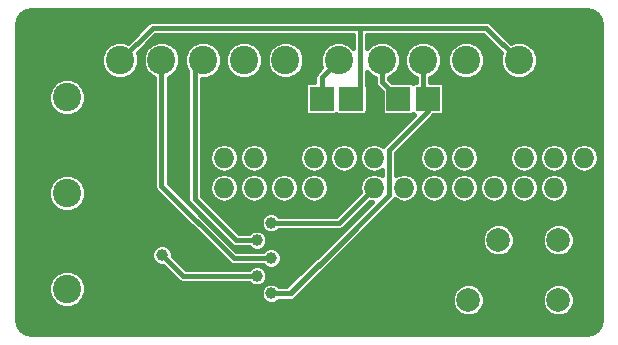
<source format=gtl>
G04 #@! TF.FileFunction,Copper,L1,Top,Signal*
%FSLAX46Y46*%
G04 Gerber Fmt 4.6, Leading zero omitted, Abs format (unit mm)*
G04 Created by KiCad (PCBNEW 4.0.2+dfsg1-stable) date Thu 06 Oct 2016 17:54:39 BST*
%MOMM*%
G01*
G04 APERTURE LIST*
%ADD10C,0.150000*%
%ADD11O,1.727200X1.727200*%
%ADD12C,2.400000*%
%ADD13R,2.000000X2.000000*%
%ADD14C,2.000000*%
%ADD15C,1.000000*%
%ADD16C,0.400000*%
G04 APERTURE END LIST*
D10*
D11*
X145800000Y-130300000D03*
X145800000Y-127760000D03*
X148340000Y-130300000D03*
X148340000Y-127760000D03*
X150880000Y-130300000D03*
X150880000Y-127760000D03*
X153420000Y-130300000D03*
X153420000Y-127760000D03*
X155960000Y-130300000D03*
X155960000Y-127760000D03*
X158500000Y-130300000D03*
X158500000Y-127760000D03*
X161040000Y-130300000D03*
X161040000Y-127760000D03*
X163580000Y-130300000D03*
X163580000Y-127760000D03*
X166120000Y-130300000D03*
X166120000Y-127760000D03*
X168660000Y-130300000D03*
X168660000Y-127760000D03*
X171200000Y-130300000D03*
X171200000Y-127760000D03*
X173740000Y-130300000D03*
X173740000Y-127760000D03*
X176280000Y-130300000D03*
X176280000Y-127760000D03*
D12*
X174250000Y-119500000D03*
X170750000Y-119500000D03*
X132500000Y-135350000D03*
X132500000Y-138850000D03*
X132500000Y-127250000D03*
X132500000Y-130750000D03*
X132500000Y-119150000D03*
X132500000Y-122650000D03*
X137000000Y-119500000D03*
X151000000Y-119500000D03*
X140500000Y-119500000D03*
X147500000Y-119500000D03*
X144000000Y-119500000D03*
X166300000Y-119500000D03*
X155500000Y-119500000D03*
X162650000Y-119500000D03*
X159150000Y-119500000D03*
D13*
X154050000Y-122760000D03*
X156550000Y-122760000D03*
X160550000Y-122760000D03*
X163050000Y-122760000D03*
D14*
X174110000Y-139800000D03*
X174110000Y-134720000D03*
X166490000Y-139800000D03*
X169030000Y-134720000D03*
D15*
X148550000Y-137760000D03*
X140550000Y-136010000D03*
X148550000Y-134760000D03*
X149800000Y-136260000D03*
X149800000Y-133260000D03*
X149800000Y-139260000D03*
D16*
X148550000Y-137760000D02*
X142300000Y-137760000D01*
X142300000Y-137760000D02*
X140550000Y-136010000D01*
X156550000Y-122760000D02*
X157300000Y-122010000D01*
X157300000Y-122010000D02*
X157300000Y-116760000D01*
X170750000Y-119500000D02*
X168010000Y-116760000D01*
X168010000Y-116760000D02*
X157300000Y-116760000D01*
X139740000Y-116760000D02*
X137000000Y-119500000D01*
X157300000Y-116760000D02*
X139740000Y-116760000D01*
X148300000Y-134760000D02*
X146800000Y-134760000D01*
X143300000Y-131260000D02*
X143300000Y-120200000D01*
X146800000Y-134760000D02*
X143300000Y-131260000D01*
X148550000Y-134760000D02*
X148300000Y-134760000D01*
X143300000Y-120200000D02*
X144000000Y-119500000D01*
X140500000Y-119500000D02*
X140500000Y-130160000D01*
X146600000Y-136260000D02*
X149800000Y-136260000D01*
X140500000Y-130160000D02*
X146600000Y-136260000D01*
X155540000Y-133260000D02*
X158500000Y-130300000D01*
X149800000Y-133260000D02*
X155540000Y-133260000D01*
X149800000Y-139260000D02*
X151450000Y-139260000D01*
X151450000Y-139260000D02*
X159770000Y-130940000D01*
X153800000Y-136760000D02*
X153800000Y-136910000D01*
X151450000Y-139260000D02*
X151450000Y-139110000D01*
X151450000Y-139110000D02*
X153800000Y-136760000D01*
X163050000Y-122760000D02*
X163050000Y-123810000D01*
X163050000Y-123810000D02*
X159770000Y-127090000D01*
X159770000Y-127090000D02*
X159770000Y-130940000D01*
X159770000Y-130940000D02*
X153800000Y-136910000D01*
X163050000Y-122760000D02*
X162650000Y-122360000D01*
X162650000Y-122360000D02*
X162650000Y-119500000D01*
X154050000Y-122760000D02*
X154050000Y-120950000D01*
X154050000Y-120950000D02*
X155500000Y-119500000D01*
X160550000Y-122760000D02*
X159150000Y-121360000D01*
X159150000Y-121360000D02*
X159150000Y-119500000D01*
G36*
X176966725Y-115373225D02*
X177362396Y-115637604D01*
X177626775Y-116033275D01*
X177725000Y-116527086D01*
X177725000Y-141472914D01*
X177626775Y-141966725D01*
X177362396Y-142362396D01*
X176966725Y-142626775D01*
X176472914Y-142725000D01*
X129527086Y-142725000D01*
X129033275Y-142626775D01*
X128637604Y-142362396D01*
X128373225Y-141966725D01*
X128275000Y-141472914D01*
X128275000Y-139166863D01*
X130899723Y-139166863D01*
X131142795Y-139755143D01*
X131592489Y-140205623D01*
X132180344Y-140449722D01*
X132816863Y-140450277D01*
X133405143Y-140207205D01*
X133855623Y-139757511D01*
X134099722Y-139169656D01*
X134100277Y-138533137D01*
X133857205Y-137944857D01*
X133407511Y-137494377D01*
X132819656Y-137250278D01*
X132183137Y-137249723D01*
X131594857Y-137492795D01*
X131144377Y-137942489D01*
X130900278Y-138530344D01*
X130899723Y-139166863D01*
X128275000Y-139166863D01*
X128275000Y-131066863D01*
X130899723Y-131066863D01*
X131142795Y-131655143D01*
X131592489Y-132105623D01*
X132180344Y-132349722D01*
X132816863Y-132350277D01*
X133405143Y-132107205D01*
X133855623Y-131657511D01*
X134099722Y-131069656D01*
X134100277Y-130433137D01*
X133857205Y-129844857D01*
X133407511Y-129394377D01*
X132819656Y-129150278D01*
X132183137Y-129149723D01*
X131594857Y-129392795D01*
X131144377Y-129842489D01*
X130900278Y-130430344D01*
X130899723Y-131066863D01*
X128275000Y-131066863D01*
X128275000Y-122966863D01*
X130899723Y-122966863D01*
X131142795Y-123555143D01*
X131592489Y-124005623D01*
X132180344Y-124249722D01*
X132816863Y-124250277D01*
X133405143Y-124007205D01*
X133855623Y-123557511D01*
X134099722Y-122969656D01*
X134100277Y-122333137D01*
X133857205Y-121744857D01*
X133407511Y-121294377D01*
X132819656Y-121050278D01*
X132183137Y-121049723D01*
X131594857Y-121292795D01*
X131144377Y-121742489D01*
X130900278Y-122330344D01*
X130899723Y-122966863D01*
X128275000Y-122966863D01*
X128275000Y-119816863D01*
X135399723Y-119816863D01*
X135642795Y-120405143D01*
X136092489Y-120855623D01*
X136680344Y-121099722D01*
X137316863Y-121100277D01*
X137905143Y-120857205D01*
X138355623Y-120407511D01*
X138599722Y-119819656D01*
X138599724Y-119816863D01*
X138899723Y-119816863D01*
X139142795Y-120405143D01*
X139592489Y-120855623D01*
X139900000Y-120983313D01*
X139900000Y-130160000D01*
X139945672Y-130389610D01*
X140075736Y-130584264D01*
X146175736Y-136684264D01*
X146370390Y-136814328D01*
X146600000Y-136860000D01*
X148371386Y-136860000D01*
X148040857Y-136996572D01*
X147877143Y-137160000D01*
X142548528Y-137160000D01*
X141449955Y-136061427D01*
X141450156Y-135831764D01*
X141313428Y-135500857D01*
X141060475Y-135247462D01*
X140729806Y-135110157D01*
X140371764Y-135109844D01*
X140040857Y-135246572D01*
X139787462Y-135499525D01*
X139650157Y-135830194D01*
X139649844Y-136188236D01*
X139786572Y-136519143D01*
X140039525Y-136772538D01*
X140370194Y-136909843D01*
X140601517Y-136910045D01*
X141875736Y-138184264D01*
X142070390Y-138314328D01*
X142300000Y-138360000D01*
X147877271Y-138360000D01*
X148039525Y-138522538D01*
X148370194Y-138659843D01*
X148728236Y-138660156D01*
X149059143Y-138523428D01*
X149312538Y-138270475D01*
X149449843Y-137939806D01*
X149450156Y-137581764D01*
X149313428Y-137250857D01*
X149060475Y-136997462D01*
X148729806Y-136860157D01*
X148550213Y-136860000D01*
X149127271Y-136860000D01*
X149289525Y-137022538D01*
X149620194Y-137159843D01*
X149978236Y-137160156D01*
X150309143Y-137023428D01*
X150562538Y-136770475D01*
X150699843Y-136439806D01*
X150700156Y-136081764D01*
X150563428Y-135750857D01*
X150310475Y-135497462D01*
X149979806Y-135360157D01*
X149621764Y-135359844D01*
X149290857Y-135496572D01*
X149127143Y-135660000D01*
X148728614Y-135660000D01*
X149059143Y-135523428D01*
X149312538Y-135270475D01*
X149449843Y-134939806D01*
X149450156Y-134581764D01*
X149313428Y-134250857D01*
X149060475Y-133997462D01*
X148729806Y-133860157D01*
X148371764Y-133859844D01*
X148040857Y-133996572D01*
X147877143Y-134160000D01*
X147048528Y-134160000D01*
X143900000Y-131011472D01*
X143900000Y-130300000D01*
X144511645Y-130300000D01*
X144607831Y-130783559D01*
X144881745Y-131193500D01*
X145291686Y-131467414D01*
X145775245Y-131563600D01*
X145824755Y-131563600D01*
X146308314Y-131467414D01*
X146718255Y-131193500D01*
X146992169Y-130783559D01*
X147070000Y-130392277D01*
X147147831Y-130783559D01*
X147421745Y-131193500D01*
X147831686Y-131467414D01*
X148315245Y-131563600D01*
X148364755Y-131563600D01*
X148848314Y-131467414D01*
X149258255Y-131193500D01*
X149532169Y-130783559D01*
X149610000Y-130392277D01*
X149687831Y-130783559D01*
X149961745Y-131193500D01*
X150371686Y-131467414D01*
X150855245Y-131563600D01*
X150904755Y-131563600D01*
X151388314Y-131467414D01*
X151798255Y-131193500D01*
X152072169Y-130783559D01*
X152150000Y-130392277D01*
X152227831Y-130783559D01*
X152501745Y-131193500D01*
X152911686Y-131467414D01*
X153395245Y-131563600D01*
X153444755Y-131563600D01*
X153928314Y-131467414D01*
X154338255Y-131193500D01*
X154612169Y-130783559D01*
X154708355Y-130300000D01*
X154612169Y-129816441D01*
X154338255Y-129406500D01*
X153928314Y-129132586D01*
X153444755Y-129036400D01*
X153395245Y-129036400D01*
X152911686Y-129132586D01*
X152501745Y-129406500D01*
X152227831Y-129816441D01*
X152150000Y-130207723D01*
X152072169Y-129816441D01*
X151798255Y-129406500D01*
X151388314Y-129132586D01*
X150904755Y-129036400D01*
X150855245Y-129036400D01*
X150371686Y-129132586D01*
X149961745Y-129406500D01*
X149687831Y-129816441D01*
X149610000Y-130207723D01*
X149532169Y-129816441D01*
X149258255Y-129406500D01*
X148848314Y-129132586D01*
X148364755Y-129036400D01*
X148315245Y-129036400D01*
X147831686Y-129132586D01*
X147421745Y-129406500D01*
X147147831Y-129816441D01*
X147070000Y-130207723D01*
X146992169Y-129816441D01*
X146718255Y-129406500D01*
X146308314Y-129132586D01*
X145824755Y-129036400D01*
X145775245Y-129036400D01*
X145291686Y-129132586D01*
X144881745Y-129406500D01*
X144607831Y-129816441D01*
X144511645Y-130300000D01*
X143900000Y-130300000D01*
X143900000Y-127760000D01*
X144511645Y-127760000D01*
X144607831Y-128243559D01*
X144881745Y-128653500D01*
X145291686Y-128927414D01*
X145775245Y-129023600D01*
X145824755Y-129023600D01*
X146308314Y-128927414D01*
X146718255Y-128653500D01*
X146992169Y-128243559D01*
X147070000Y-127852277D01*
X147147831Y-128243559D01*
X147421745Y-128653500D01*
X147831686Y-128927414D01*
X148315245Y-129023600D01*
X148364755Y-129023600D01*
X148848314Y-128927414D01*
X149258255Y-128653500D01*
X149532169Y-128243559D01*
X149628355Y-127760000D01*
X149532169Y-127276441D01*
X149258255Y-126866500D01*
X148848314Y-126592586D01*
X148364755Y-126496400D01*
X148315245Y-126496400D01*
X147831686Y-126592586D01*
X147421745Y-126866500D01*
X147147831Y-127276441D01*
X147070000Y-127667723D01*
X146992169Y-127276441D01*
X146718255Y-126866500D01*
X146308314Y-126592586D01*
X145824755Y-126496400D01*
X145775245Y-126496400D01*
X145291686Y-126592586D01*
X144881745Y-126866500D01*
X144607831Y-127276441D01*
X144511645Y-127760000D01*
X143900000Y-127760000D01*
X143900000Y-121099914D01*
X144316863Y-121100277D01*
X144905143Y-120857205D01*
X145355623Y-120407511D01*
X145599722Y-119819656D01*
X145599724Y-119816863D01*
X145899723Y-119816863D01*
X146142795Y-120405143D01*
X146592489Y-120855623D01*
X147180344Y-121099722D01*
X147816863Y-121100277D01*
X148405143Y-120857205D01*
X148855623Y-120407511D01*
X149099722Y-119819656D01*
X149099724Y-119816863D01*
X149399723Y-119816863D01*
X149642795Y-120405143D01*
X150092489Y-120855623D01*
X150680344Y-121099722D01*
X151316863Y-121100277D01*
X151905143Y-120857205D01*
X152355623Y-120407511D01*
X152599722Y-119819656D01*
X152600277Y-119183137D01*
X152357205Y-118594857D01*
X151907511Y-118144377D01*
X151319656Y-117900278D01*
X150683137Y-117899723D01*
X150094857Y-118142795D01*
X149644377Y-118592489D01*
X149400278Y-119180344D01*
X149399723Y-119816863D01*
X149099724Y-119816863D01*
X149100277Y-119183137D01*
X148857205Y-118594857D01*
X148407511Y-118144377D01*
X147819656Y-117900278D01*
X147183137Y-117899723D01*
X146594857Y-118142795D01*
X146144377Y-118592489D01*
X145900278Y-119180344D01*
X145899723Y-119816863D01*
X145599724Y-119816863D01*
X145600277Y-119183137D01*
X145357205Y-118594857D01*
X144907511Y-118144377D01*
X144319656Y-117900278D01*
X143683137Y-117899723D01*
X143094857Y-118142795D01*
X142644377Y-118592489D01*
X142400278Y-119180344D01*
X142399723Y-119816863D01*
X142642795Y-120405143D01*
X142700000Y-120462448D01*
X142700000Y-131260000D01*
X142745672Y-131489610D01*
X142875736Y-131684264D01*
X146375736Y-135184264D01*
X146570389Y-135314328D01*
X146800000Y-135360000D01*
X147877271Y-135360000D01*
X148039525Y-135522538D01*
X148370194Y-135659843D01*
X148549787Y-135660000D01*
X146848528Y-135660000D01*
X141100000Y-129911472D01*
X141100000Y-120983287D01*
X141405143Y-120857205D01*
X141855623Y-120407511D01*
X142099722Y-119819656D01*
X142100277Y-119183137D01*
X141857205Y-118594857D01*
X141407511Y-118144377D01*
X140819656Y-117900278D01*
X140183137Y-117899723D01*
X139594857Y-118142795D01*
X139144377Y-118592489D01*
X138900278Y-119180344D01*
X138899723Y-119816863D01*
X138599724Y-119816863D01*
X138600277Y-119183137D01*
X138473124Y-118875404D01*
X139988528Y-117360000D01*
X156700000Y-117360000D01*
X156700000Y-118437377D01*
X156407511Y-118144377D01*
X155819656Y-117900278D01*
X155183137Y-117899723D01*
X154594857Y-118142795D01*
X154144377Y-118592489D01*
X153900278Y-119180344D01*
X153899723Y-119816863D01*
X154026876Y-120124596D01*
X153625736Y-120525736D01*
X153495672Y-120720390D01*
X153450000Y-120950000D01*
X153450000Y-121352164D01*
X153050000Y-121352164D01*
X152901769Y-121380056D01*
X152765628Y-121467660D01*
X152674296Y-121601329D01*
X152642164Y-121760000D01*
X152642164Y-123760000D01*
X152670056Y-123908231D01*
X152757660Y-124044372D01*
X152891329Y-124135704D01*
X153050000Y-124167836D01*
X155050000Y-124167836D01*
X155198231Y-124139944D01*
X155300871Y-124073897D01*
X155391329Y-124135704D01*
X155550000Y-124167836D01*
X157550000Y-124167836D01*
X157698231Y-124139944D01*
X157834372Y-124052340D01*
X157925704Y-123918671D01*
X157957836Y-123760000D01*
X157957836Y-121760000D01*
X157929944Y-121611769D01*
X157900000Y-121565235D01*
X157900000Y-120512535D01*
X158242489Y-120855623D01*
X158550000Y-120983313D01*
X158550000Y-121360000D01*
X158595672Y-121589610D01*
X158725736Y-121784264D01*
X159142164Y-122200692D01*
X159142164Y-123760000D01*
X159170056Y-123908231D01*
X159257660Y-124044372D01*
X159391329Y-124135704D01*
X159550000Y-124167836D01*
X161550000Y-124167836D01*
X161698231Y-124139944D01*
X161800871Y-124073897D01*
X161882084Y-124129388D01*
X159345736Y-126665736D01*
X159275379Y-126771033D01*
X159008314Y-126592586D01*
X158524755Y-126496400D01*
X158475245Y-126496400D01*
X157991686Y-126592586D01*
X157581745Y-126866500D01*
X157307831Y-127276441D01*
X157230000Y-127667723D01*
X157152169Y-127276441D01*
X156878255Y-126866500D01*
X156468314Y-126592586D01*
X155984755Y-126496400D01*
X155935245Y-126496400D01*
X155451686Y-126592586D01*
X155041745Y-126866500D01*
X154767831Y-127276441D01*
X154690000Y-127667723D01*
X154612169Y-127276441D01*
X154338255Y-126866500D01*
X153928314Y-126592586D01*
X153444755Y-126496400D01*
X153395245Y-126496400D01*
X152911686Y-126592586D01*
X152501745Y-126866500D01*
X152227831Y-127276441D01*
X152131645Y-127760000D01*
X152227831Y-128243559D01*
X152501745Y-128653500D01*
X152911686Y-128927414D01*
X153395245Y-129023600D01*
X153444755Y-129023600D01*
X153928314Y-128927414D01*
X154338255Y-128653500D01*
X154612169Y-128243559D01*
X154690000Y-127852277D01*
X154767831Y-128243559D01*
X155041745Y-128653500D01*
X155451686Y-128927414D01*
X155935245Y-129023600D01*
X155984755Y-129023600D01*
X156468314Y-128927414D01*
X156878255Y-128653500D01*
X157152169Y-128243559D01*
X157230000Y-127852277D01*
X157307831Y-128243559D01*
X157581745Y-128653500D01*
X157991686Y-128927414D01*
X158475245Y-129023600D01*
X158524755Y-129023600D01*
X159008314Y-128927414D01*
X159170000Y-128819379D01*
X159170000Y-129240621D01*
X159008314Y-129132586D01*
X158524755Y-129036400D01*
X158475245Y-129036400D01*
X157991686Y-129132586D01*
X157581745Y-129406500D01*
X157307831Y-129816441D01*
X157211645Y-130300000D01*
X157284617Y-130666855D01*
X155291472Y-132660000D01*
X150472729Y-132660000D01*
X150310475Y-132497462D01*
X149979806Y-132360157D01*
X149621764Y-132359844D01*
X149290857Y-132496572D01*
X149037462Y-132749525D01*
X148900157Y-133080194D01*
X148899844Y-133438236D01*
X149036572Y-133769143D01*
X149289525Y-134022538D01*
X149620194Y-134159843D01*
X149978236Y-134160156D01*
X150309143Y-134023428D01*
X150472857Y-133860000D01*
X155540000Y-133860000D01*
X155769610Y-133814328D01*
X155964264Y-133684264D01*
X158149686Y-131498842D01*
X158327300Y-131534172D01*
X153677007Y-136184465D01*
X153570390Y-136205672D01*
X153375736Y-136335736D01*
X151051472Y-138660000D01*
X150472729Y-138660000D01*
X150310475Y-138497462D01*
X149979806Y-138360157D01*
X149621764Y-138359844D01*
X149290857Y-138496572D01*
X149037462Y-138749525D01*
X148900157Y-139080194D01*
X148899844Y-139438236D01*
X149036572Y-139769143D01*
X149289525Y-140022538D01*
X149620194Y-140159843D01*
X149978236Y-140160156D01*
X150178869Y-140077256D01*
X165089757Y-140077256D01*
X165302445Y-140592000D01*
X165695928Y-140986170D01*
X166210301Y-141199757D01*
X166767256Y-141200243D01*
X167282000Y-140987555D01*
X167676170Y-140594072D01*
X167889757Y-140079699D01*
X167889759Y-140077256D01*
X172709757Y-140077256D01*
X172922445Y-140592000D01*
X173315928Y-140986170D01*
X173830301Y-141199757D01*
X174387256Y-141200243D01*
X174902000Y-140987555D01*
X175296170Y-140594072D01*
X175509757Y-140079699D01*
X175510243Y-139522744D01*
X175297555Y-139008000D01*
X174904072Y-138613830D01*
X174389699Y-138400243D01*
X173832744Y-138399757D01*
X173318000Y-138612445D01*
X172923830Y-139005928D01*
X172710243Y-139520301D01*
X172709757Y-140077256D01*
X167889759Y-140077256D01*
X167890243Y-139522744D01*
X167677555Y-139008000D01*
X167284072Y-138613830D01*
X166769699Y-138400243D01*
X166212744Y-138399757D01*
X165698000Y-138612445D01*
X165303830Y-139005928D01*
X165090243Y-139520301D01*
X165089757Y-140077256D01*
X150178869Y-140077256D01*
X150309143Y-140023428D01*
X150472857Y-139860000D01*
X151450000Y-139860000D01*
X151679610Y-139814328D01*
X151874264Y-139684264D01*
X156561272Y-134997256D01*
X167629757Y-134997256D01*
X167842445Y-135512000D01*
X168235928Y-135906170D01*
X168750301Y-136119757D01*
X169307256Y-136120243D01*
X169822000Y-135907555D01*
X170216170Y-135514072D01*
X170429757Y-134999699D01*
X170429759Y-134997256D01*
X172709757Y-134997256D01*
X172922445Y-135512000D01*
X173315928Y-135906170D01*
X173830301Y-136119757D01*
X174387256Y-136120243D01*
X174902000Y-135907555D01*
X175296170Y-135514072D01*
X175509757Y-134999699D01*
X175510243Y-134442744D01*
X175297555Y-133928000D01*
X174904072Y-133533830D01*
X174389699Y-133320243D01*
X173832744Y-133319757D01*
X173318000Y-133532445D01*
X172923830Y-133925928D01*
X172710243Y-134440301D01*
X172709757Y-134997256D01*
X170429759Y-134997256D01*
X170430243Y-134442744D01*
X170217555Y-133928000D01*
X169824072Y-133533830D01*
X169309699Y-133320243D01*
X168752744Y-133319757D01*
X168238000Y-133532445D01*
X167843830Y-133925928D01*
X167630243Y-134440301D01*
X167629757Y-134997256D01*
X156561272Y-134997256D01*
X160194264Y-131364264D01*
X160250763Y-131279707D01*
X160531686Y-131467414D01*
X161015245Y-131563600D01*
X161064755Y-131563600D01*
X161548314Y-131467414D01*
X161958255Y-131193500D01*
X162232169Y-130783559D01*
X162310000Y-130392277D01*
X162387831Y-130783559D01*
X162661745Y-131193500D01*
X163071686Y-131467414D01*
X163555245Y-131563600D01*
X163604755Y-131563600D01*
X164088314Y-131467414D01*
X164498255Y-131193500D01*
X164772169Y-130783559D01*
X164850000Y-130392277D01*
X164927831Y-130783559D01*
X165201745Y-131193500D01*
X165611686Y-131467414D01*
X166095245Y-131563600D01*
X166144755Y-131563600D01*
X166628314Y-131467414D01*
X167038255Y-131193500D01*
X167312169Y-130783559D01*
X167390000Y-130392277D01*
X167467831Y-130783559D01*
X167741745Y-131193500D01*
X168151686Y-131467414D01*
X168635245Y-131563600D01*
X168684755Y-131563600D01*
X169168314Y-131467414D01*
X169578255Y-131193500D01*
X169852169Y-130783559D01*
X169930000Y-130392277D01*
X170007831Y-130783559D01*
X170281745Y-131193500D01*
X170691686Y-131467414D01*
X171175245Y-131563600D01*
X171224755Y-131563600D01*
X171708314Y-131467414D01*
X172118255Y-131193500D01*
X172392169Y-130783559D01*
X172470000Y-130392277D01*
X172547831Y-130783559D01*
X172821745Y-131193500D01*
X173231686Y-131467414D01*
X173715245Y-131563600D01*
X173764755Y-131563600D01*
X174248314Y-131467414D01*
X174658255Y-131193500D01*
X174932169Y-130783559D01*
X175028355Y-130300000D01*
X174932169Y-129816441D01*
X174658255Y-129406500D01*
X174248314Y-129132586D01*
X173764755Y-129036400D01*
X173715245Y-129036400D01*
X173231686Y-129132586D01*
X172821745Y-129406500D01*
X172547831Y-129816441D01*
X172470000Y-130207723D01*
X172392169Y-129816441D01*
X172118255Y-129406500D01*
X171708314Y-129132586D01*
X171224755Y-129036400D01*
X171175245Y-129036400D01*
X170691686Y-129132586D01*
X170281745Y-129406500D01*
X170007831Y-129816441D01*
X169930000Y-130207723D01*
X169852169Y-129816441D01*
X169578255Y-129406500D01*
X169168314Y-129132586D01*
X168684755Y-129036400D01*
X168635245Y-129036400D01*
X168151686Y-129132586D01*
X167741745Y-129406500D01*
X167467831Y-129816441D01*
X167390000Y-130207723D01*
X167312169Y-129816441D01*
X167038255Y-129406500D01*
X166628314Y-129132586D01*
X166144755Y-129036400D01*
X166095245Y-129036400D01*
X165611686Y-129132586D01*
X165201745Y-129406500D01*
X164927831Y-129816441D01*
X164850000Y-130207723D01*
X164772169Y-129816441D01*
X164498255Y-129406500D01*
X164088314Y-129132586D01*
X163604755Y-129036400D01*
X163555245Y-129036400D01*
X163071686Y-129132586D01*
X162661745Y-129406500D01*
X162387831Y-129816441D01*
X162310000Y-130207723D01*
X162232169Y-129816441D01*
X161958255Y-129406500D01*
X161548314Y-129132586D01*
X161064755Y-129036400D01*
X161015245Y-129036400D01*
X160531686Y-129132586D01*
X160370000Y-129240621D01*
X160370000Y-127760000D01*
X162291645Y-127760000D01*
X162387831Y-128243559D01*
X162661745Y-128653500D01*
X163071686Y-128927414D01*
X163555245Y-129023600D01*
X163604755Y-129023600D01*
X164088314Y-128927414D01*
X164498255Y-128653500D01*
X164772169Y-128243559D01*
X164850000Y-127852277D01*
X164927831Y-128243559D01*
X165201745Y-128653500D01*
X165611686Y-128927414D01*
X166095245Y-129023600D01*
X166144755Y-129023600D01*
X166628314Y-128927414D01*
X167038255Y-128653500D01*
X167312169Y-128243559D01*
X167408355Y-127760000D01*
X169911645Y-127760000D01*
X170007831Y-128243559D01*
X170281745Y-128653500D01*
X170691686Y-128927414D01*
X171175245Y-129023600D01*
X171224755Y-129023600D01*
X171708314Y-128927414D01*
X172118255Y-128653500D01*
X172392169Y-128243559D01*
X172470000Y-127852277D01*
X172547831Y-128243559D01*
X172821745Y-128653500D01*
X173231686Y-128927414D01*
X173715245Y-129023600D01*
X173764755Y-129023600D01*
X174248314Y-128927414D01*
X174658255Y-128653500D01*
X174932169Y-128243559D01*
X175010000Y-127852277D01*
X175087831Y-128243559D01*
X175361745Y-128653500D01*
X175771686Y-128927414D01*
X176255245Y-129023600D01*
X176304755Y-129023600D01*
X176788314Y-128927414D01*
X177198255Y-128653500D01*
X177472169Y-128243559D01*
X177568355Y-127760000D01*
X177472169Y-127276441D01*
X177198255Y-126866500D01*
X176788314Y-126592586D01*
X176304755Y-126496400D01*
X176255245Y-126496400D01*
X175771686Y-126592586D01*
X175361745Y-126866500D01*
X175087831Y-127276441D01*
X175010000Y-127667723D01*
X174932169Y-127276441D01*
X174658255Y-126866500D01*
X174248314Y-126592586D01*
X173764755Y-126496400D01*
X173715245Y-126496400D01*
X173231686Y-126592586D01*
X172821745Y-126866500D01*
X172547831Y-127276441D01*
X172470000Y-127667723D01*
X172392169Y-127276441D01*
X172118255Y-126866500D01*
X171708314Y-126592586D01*
X171224755Y-126496400D01*
X171175245Y-126496400D01*
X170691686Y-126592586D01*
X170281745Y-126866500D01*
X170007831Y-127276441D01*
X169911645Y-127760000D01*
X167408355Y-127760000D01*
X167312169Y-127276441D01*
X167038255Y-126866500D01*
X166628314Y-126592586D01*
X166144755Y-126496400D01*
X166095245Y-126496400D01*
X165611686Y-126592586D01*
X165201745Y-126866500D01*
X164927831Y-127276441D01*
X164850000Y-127667723D01*
X164772169Y-127276441D01*
X164498255Y-126866500D01*
X164088314Y-126592586D01*
X163604755Y-126496400D01*
X163555245Y-126496400D01*
X163071686Y-126592586D01*
X162661745Y-126866500D01*
X162387831Y-127276441D01*
X162291645Y-127760000D01*
X160370000Y-127760000D01*
X160370000Y-127338528D01*
X163474264Y-124234264D01*
X163518650Y-124167836D01*
X164050000Y-124167836D01*
X164198231Y-124139944D01*
X164334372Y-124052340D01*
X164425704Y-123918671D01*
X164457836Y-123760000D01*
X164457836Y-121760000D01*
X164429944Y-121611769D01*
X164342340Y-121475628D01*
X164208671Y-121384296D01*
X164050000Y-121352164D01*
X163250000Y-121352164D01*
X163250000Y-120983287D01*
X163555143Y-120857205D01*
X164005623Y-120407511D01*
X164249722Y-119819656D01*
X164249724Y-119816863D01*
X164699723Y-119816863D01*
X164942795Y-120405143D01*
X165392489Y-120855623D01*
X165980344Y-121099722D01*
X166616863Y-121100277D01*
X167205143Y-120857205D01*
X167655623Y-120407511D01*
X167899722Y-119819656D01*
X167900277Y-119183137D01*
X167657205Y-118594857D01*
X167207511Y-118144377D01*
X166619656Y-117900278D01*
X165983137Y-117899723D01*
X165394857Y-118142795D01*
X164944377Y-118592489D01*
X164700278Y-119180344D01*
X164699723Y-119816863D01*
X164249724Y-119816863D01*
X164250277Y-119183137D01*
X164007205Y-118594857D01*
X163557511Y-118144377D01*
X162969656Y-117900278D01*
X162333137Y-117899723D01*
X161744857Y-118142795D01*
X161294377Y-118592489D01*
X161050278Y-119180344D01*
X161049723Y-119816863D01*
X161292795Y-120405143D01*
X161742489Y-120855623D01*
X162050000Y-120983313D01*
X162050000Y-121352164D01*
X161901769Y-121380056D01*
X161799129Y-121446103D01*
X161708671Y-121384296D01*
X161550000Y-121352164D01*
X159990692Y-121352164D01*
X159750000Y-121111472D01*
X159750000Y-120983287D01*
X160055143Y-120857205D01*
X160505623Y-120407511D01*
X160749722Y-119819656D01*
X160750277Y-119183137D01*
X160507205Y-118594857D01*
X160057511Y-118144377D01*
X159469656Y-117900278D01*
X158833137Y-117899723D01*
X158244857Y-118142795D01*
X157900000Y-118487050D01*
X157900000Y-117360000D01*
X167761472Y-117360000D01*
X169276893Y-118875421D01*
X169150278Y-119180344D01*
X169149723Y-119816863D01*
X169392795Y-120405143D01*
X169842489Y-120855623D01*
X170430344Y-121099722D01*
X171066863Y-121100277D01*
X171655143Y-120857205D01*
X172105623Y-120407511D01*
X172349722Y-119819656D01*
X172350277Y-119183137D01*
X172107205Y-118594857D01*
X171657511Y-118144377D01*
X171069656Y-117900278D01*
X170433137Y-117899723D01*
X170125404Y-118026876D01*
X168434264Y-116335736D01*
X168239610Y-116205672D01*
X168010000Y-116160000D01*
X139740000Y-116160000D01*
X139510390Y-116205672D01*
X139315736Y-116335736D01*
X137624579Y-118026893D01*
X137319656Y-117900278D01*
X136683137Y-117899723D01*
X136094857Y-118142795D01*
X135644377Y-118592489D01*
X135400278Y-119180344D01*
X135399723Y-119816863D01*
X128275000Y-119816863D01*
X128275000Y-116527086D01*
X128373225Y-116033275D01*
X128637604Y-115637604D01*
X129033275Y-115373225D01*
X129527086Y-115275000D01*
X176472914Y-115275000D01*
X176966725Y-115373225D01*
X176966725Y-115373225D01*
G37*
X176966725Y-115373225D02*
X177362396Y-115637604D01*
X177626775Y-116033275D01*
X177725000Y-116527086D01*
X177725000Y-141472914D01*
X177626775Y-141966725D01*
X177362396Y-142362396D01*
X176966725Y-142626775D01*
X176472914Y-142725000D01*
X129527086Y-142725000D01*
X129033275Y-142626775D01*
X128637604Y-142362396D01*
X128373225Y-141966725D01*
X128275000Y-141472914D01*
X128275000Y-139166863D01*
X130899723Y-139166863D01*
X131142795Y-139755143D01*
X131592489Y-140205623D01*
X132180344Y-140449722D01*
X132816863Y-140450277D01*
X133405143Y-140207205D01*
X133855623Y-139757511D01*
X134099722Y-139169656D01*
X134100277Y-138533137D01*
X133857205Y-137944857D01*
X133407511Y-137494377D01*
X132819656Y-137250278D01*
X132183137Y-137249723D01*
X131594857Y-137492795D01*
X131144377Y-137942489D01*
X130900278Y-138530344D01*
X130899723Y-139166863D01*
X128275000Y-139166863D01*
X128275000Y-131066863D01*
X130899723Y-131066863D01*
X131142795Y-131655143D01*
X131592489Y-132105623D01*
X132180344Y-132349722D01*
X132816863Y-132350277D01*
X133405143Y-132107205D01*
X133855623Y-131657511D01*
X134099722Y-131069656D01*
X134100277Y-130433137D01*
X133857205Y-129844857D01*
X133407511Y-129394377D01*
X132819656Y-129150278D01*
X132183137Y-129149723D01*
X131594857Y-129392795D01*
X131144377Y-129842489D01*
X130900278Y-130430344D01*
X130899723Y-131066863D01*
X128275000Y-131066863D01*
X128275000Y-122966863D01*
X130899723Y-122966863D01*
X131142795Y-123555143D01*
X131592489Y-124005623D01*
X132180344Y-124249722D01*
X132816863Y-124250277D01*
X133405143Y-124007205D01*
X133855623Y-123557511D01*
X134099722Y-122969656D01*
X134100277Y-122333137D01*
X133857205Y-121744857D01*
X133407511Y-121294377D01*
X132819656Y-121050278D01*
X132183137Y-121049723D01*
X131594857Y-121292795D01*
X131144377Y-121742489D01*
X130900278Y-122330344D01*
X130899723Y-122966863D01*
X128275000Y-122966863D01*
X128275000Y-119816863D01*
X135399723Y-119816863D01*
X135642795Y-120405143D01*
X136092489Y-120855623D01*
X136680344Y-121099722D01*
X137316863Y-121100277D01*
X137905143Y-120857205D01*
X138355623Y-120407511D01*
X138599722Y-119819656D01*
X138599724Y-119816863D01*
X138899723Y-119816863D01*
X139142795Y-120405143D01*
X139592489Y-120855623D01*
X139900000Y-120983313D01*
X139900000Y-130160000D01*
X139945672Y-130389610D01*
X140075736Y-130584264D01*
X146175736Y-136684264D01*
X146370390Y-136814328D01*
X146600000Y-136860000D01*
X148371386Y-136860000D01*
X148040857Y-136996572D01*
X147877143Y-137160000D01*
X142548528Y-137160000D01*
X141449955Y-136061427D01*
X141450156Y-135831764D01*
X141313428Y-135500857D01*
X141060475Y-135247462D01*
X140729806Y-135110157D01*
X140371764Y-135109844D01*
X140040857Y-135246572D01*
X139787462Y-135499525D01*
X139650157Y-135830194D01*
X139649844Y-136188236D01*
X139786572Y-136519143D01*
X140039525Y-136772538D01*
X140370194Y-136909843D01*
X140601517Y-136910045D01*
X141875736Y-138184264D01*
X142070390Y-138314328D01*
X142300000Y-138360000D01*
X147877271Y-138360000D01*
X148039525Y-138522538D01*
X148370194Y-138659843D01*
X148728236Y-138660156D01*
X149059143Y-138523428D01*
X149312538Y-138270475D01*
X149449843Y-137939806D01*
X149450156Y-137581764D01*
X149313428Y-137250857D01*
X149060475Y-136997462D01*
X148729806Y-136860157D01*
X148550213Y-136860000D01*
X149127271Y-136860000D01*
X149289525Y-137022538D01*
X149620194Y-137159843D01*
X149978236Y-137160156D01*
X150309143Y-137023428D01*
X150562538Y-136770475D01*
X150699843Y-136439806D01*
X150700156Y-136081764D01*
X150563428Y-135750857D01*
X150310475Y-135497462D01*
X149979806Y-135360157D01*
X149621764Y-135359844D01*
X149290857Y-135496572D01*
X149127143Y-135660000D01*
X148728614Y-135660000D01*
X149059143Y-135523428D01*
X149312538Y-135270475D01*
X149449843Y-134939806D01*
X149450156Y-134581764D01*
X149313428Y-134250857D01*
X149060475Y-133997462D01*
X148729806Y-133860157D01*
X148371764Y-133859844D01*
X148040857Y-133996572D01*
X147877143Y-134160000D01*
X147048528Y-134160000D01*
X143900000Y-131011472D01*
X143900000Y-130300000D01*
X144511645Y-130300000D01*
X144607831Y-130783559D01*
X144881745Y-131193500D01*
X145291686Y-131467414D01*
X145775245Y-131563600D01*
X145824755Y-131563600D01*
X146308314Y-131467414D01*
X146718255Y-131193500D01*
X146992169Y-130783559D01*
X147070000Y-130392277D01*
X147147831Y-130783559D01*
X147421745Y-131193500D01*
X147831686Y-131467414D01*
X148315245Y-131563600D01*
X148364755Y-131563600D01*
X148848314Y-131467414D01*
X149258255Y-131193500D01*
X149532169Y-130783559D01*
X149610000Y-130392277D01*
X149687831Y-130783559D01*
X149961745Y-131193500D01*
X150371686Y-131467414D01*
X150855245Y-131563600D01*
X150904755Y-131563600D01*
X151388314Y-131467414D01*
X151798255Y-131193500D01*
X152072169Y-130783559D01*
X152150000Y-130392277D01*
X152227831Y-130783559D01*
X152501745Y-131193500D01*
X152911686Y-131467414D01*
X153395245Y-131563600D01*
X153444755Y-131563600D01*
X153928314Y-131467414D01*
X154338255Y-131193500D01*
X154612169Y-130783559D01*
X154708355Y-130300000D01*
X154612169Y-129816441D01*
X154338255Y-129406500D01*
X153928314Y-129132586D01*
X153444755Y-129036400D01*
X153395245Y-129036400D01*
X152911686Y-129132586D01*
X152501745Y-129406500D01*
X152227831Y-129816441D01*
X152150000Y-130207723D01*
X152072169Y-129816441D01*
X151798255Y-129406500D01*
X151388314Y-129132586D01*
X150904755Y-129036400D01*
X150855245Y-129036400D01*
X150371686Y-129132586D01*
X149961745Y-129406500D01*
X149687831Y-129816441D01*
X149610000Y-130207723D01*
X149532169Y-129816441D01*
X149258255Y-129406500D01*
X148848314Y-129132586D01*
X148364755Y-129036400D01*
X148315245Y-129036400D01*
X147831686Y-129132586D01*
X147421745Y-129406500D01*
X147147831Y-129816441D01*
X147070000Y-130207723D01*
X146992169Y-129816441D01*
X146718255Y-129406500D01*
X146308314Y-129132586D01*
X145824755Y-129036400D01*
X145775245Y-129036400D01*
X145291686Y-129132586D01*
X144881745Y-129406500D01*
X144607831Y-129816441D01*
X144511645Y-130300000D01*
X143900000Y-130300000D01*
X143900000Y-127760000D01*
X144511645Y-127760000D01*
X144607831Y-128243559D01*
X144881745Y-128653500D01*
X145291686Y-128927414D01*
X145775245Y-129023600D01*
X145824755Y-129023600D01*
X146308314Y-128927414D01*
X146718255Y-128653500D01*
X146992169Y-128243559D01*
X147070000Y-127852277D01*
X147147831Y-128243559D01*
X147421745Y-128653500D01*
X147831686Y-128927414D01*
X148315245Y-129023600D01*
X148364755Y-129023600D01*
X148848314Y-128927414D01*
X149258255Y-128653500D01*
X149532169Y-128243559D01*
X149628355Y-127760000D01*
X149532169Y-127276441D01*
X149258255Y-126866500D01*
X148848314Y-126592586D01*
X148364755Y-126496400D01*
X148315245Y-126496400D01*
X147831686Y-126592586D01*
X147421745Y-126866500D01*
X147147831Y-127276441D01*
X147070000Y-127667723D01*
X146992169Y-127276441D01*
X146718255Y-126866500D01*
X146308314Y-126592586D01*
X145824755Y-126496400D01*
X145775245Y-126496400D01*
X145291686Y-126592586D01*
X144881745Y-126866500D01*
X144607831Y-127276441D01*
X144511645Y-127760000D01*
X143900000Y-127760000D01*
X143900000Y-121099914D01*
X144316863Y-121100277D01*
X144905143Y-120857205D01*
X145355623Y-120407511D01*
X145599722Y-119819656D01*
X145599724Y-119816863D01*
X145899723Y-119816863D01*
X146142795Y-120405143D01*
X146592489Y-120855623D01*
X147180344Y-121099722D01*
X147816863Y-121100277D01*
X148405143Y-120857205D01*
X148855623Y-120407511D01*
X149099722Y-119819656D01*
X149099724Y-119816863D01*
X149399723Y-119816863D01*
X149642795Y-120405143D01*
X150092489Y-120855623D01*
X150680344Y-121099722D01*
X151316863Y-121100277D01*
X151905143Y-120857205D01*
X152355623Y-120407511D01*
X152599722Y-119819656D01*
X152600277Y-119183137D01*
X152357205Y-118594857D01*
X151907511Y-118144377D01*
X151319656Y-117900278D01*
X150683137Y-117899723D01*
X150094857Y-118142795D01*
X149644377Y-118592489D01*
X149400278Y-119180344D01*
X149399723Y-119816863D01*
X149099724Y-119816863D01*
X149100277Y-119183137D01*
X148857205Y-118594857D01*
X148407511Y-118144377D01*
X147819656Y-117900278D01*
X147183137Y-117899723D01*
X146594857Y-118142795D01*
X146144377Y-118592489D01*
X145900278Y-119180344D01*
X145899723Y-119816863D01*
X145599724Y-119816863D01*
X145600277Y-119183137D01*
X145357205Y-118594857D01*
X144907511Y-118144377D01*
X144319656Y-117900278D01*
X143683137Y-117899723D01*
X143094857Y-118142795D01*
X142644377Y-118592489D01*
X142400278Y-119180344D01*
X142399723Y-119816863D01*
X142642795Y-120405143D01*
X142700000Y-120462448D01*
X142700000Y-131260000D01*
X142745672Y-131489610D01*
X142875736Y-131684264D01*
X146375736Y-135184264D01*
X146570389Y-135314328D01*
X146800000Y-135360000D01*
X147877271Y-135360000D01*
X148039525Y-135522538D01*
X148370194Y-135659843D01*
X148549787Y-135660000D01*
X146848528Y-135660000D01*
X141100000Y-129911472D01*
X141100000Y-120983287D01*
X141405143Y-120857205D01*
X141855623Y-120407511D01*
X142099722Y-119819656D01*
X142100277Y-119183137D01*
X141857205Y-118594857D01*
X141407511Y-118144377D01*
X140819656Y-117900278D01*
X140183137Y-117899723D01*
X139594857Y-118142795D01*
X139144377Y-118592489D01*
X138900278Y-119180344D01*
X138899723Y-119816863D01*
X138599724Y-119816863D01*
X138600277Y-119183137D01*
X138473124Y-118875404D01*
X139988528Y-117360000D01*
X156700000Y-117360000D01*
X156700000Y-118437377D01*
X156407511Y-118144377D01*
X155819656Y-117900278D01*
X155183137Y-117899723D01*
X154594857Y-118142795D01*
X154144377Y-118592489D01*
X153900278Y-119180344D01*
X153899723Y-119816863D01*
X154026876Y-120124596D01*
X153625736Y-120525736D01*
X153495672Y-120720390D01*
X153450000Y-120950000D01*
X153450000Y-121352164D01*
X153050000Y-121352164D01*
X152901769Y-121380056D01*
X152765628Y-121467660D01*
X152674296Y-121601329D01*
X152642164Y-121760000D01*
X152642164Y-123760000D01*
X152670056Y-123908231D01*
X152757660Y-124044372D01*
X152891329Y-124135704D01*
X153050000Y-124167836D01*
X155050000Y-124167836D01*
X155198231Y-124139944D01*
X155300871Y-124073897D01*
X155391329Y-124135704D01*
X155550000Y-124167836D01*
X157550000Y-124167836D01*
X157698231Y-124139944D01*
X157834372Y-124052340D01*
X157925704Y-123918671D01*
X157957836Y-123760000D01*
X157957836Y-121760000D01*
X157929944Y-121611769D01*
X157900000Y-121565235D01*
X157900000Y-120512535D01*
X158242489Y-120855623D01*
X158550000Y-120983313D01*
X158550000Y-121360000D01*
X158595672Y-121589610D01*
X158725736Y-121784264D01*
X159142164Y-122200692D01*
X159142164Y-123760000D01*
X159170056Y-123908231D01*
X159257660Y-124044372D01*
X159391329Y-124135704D01*
X159550000Y-124167836D01*
X161550000Y-124167836D01*
X161698231Y-124139944D01*
X161800871Y-124073897D01*
X161882084Y-124129388D01*
X159345736Y-126665736D01*
X159275379Y-126771033D01*
X159008314Y-126592586D01*
X158524755Y-126496400D01*
X158475245Y-126496400D01*
X157991686Y-126592586D01*
X157581745Y-126866500D01*
X157307831Y-127276441D01*
X157230000Y-127667723D01*
X157152169Y-127276441D01*
X156878255Y-126866500D01*
X156468314Y-126592586D01*
X155984755Y-126496400D01*
X155935245Y-126496400D01*
X155451686Y-126592586D01*
X155041745Y-126866500D01*
X154767831Y-127276441D01*
X154690000Y-127667723D01*
X154612169Y-127276441D01*
X154338255Y-126866500D01*
X153928314Y-126592586D01*
X153444755Y-126496400D01*
X153395245Y-126496400D01*
X152911686Y-126592586D01*
X152501745Y-126866500D01*
X152227831Y-127276441D01*
X152131645Y-127760000D01*
X152227831Y-128243559D01*
X152501745Y-128653500D01*
X152911686Y-128927414D01*
X153395245Y-129023600D01*
X153444755Y-129023600D01*
X153928314Y-128927414D01*
X154338255Y-128653500D01*
X154612169Y-128243559D01*
X154690000Y-127852277D01*
X154767831Y-128243559D01*
X155041745Y-128653500D01*
X155451686Y-128927414D01*
X155935245Y-129023600D01*
X155984755Y-129023600D01*
X156468314Y-128927414D01*
X156878255Y-128653500D01*
X157152169Y-128243559D01*
X157230000Y-127852277D01*
X157307831Y-128243559D01*
X157581745Y-128653500D01*
X157991686Y-128927414D01*
X158475245Y-129023600D01*
X158524755Y-129023600D01*
X159008314Y-128927414D01*
X159170000Y-128819379D01*
X159170000Y-129240621D01*
X159008314Y-129132586D01*
X158524755Y-129036400D01*
X158475245Y-129036400D01*
X157991686Y-129132586D01*
X157581745Y-129406500D01*
X157307831Y-129816441D01*
X157211645Y-130300000D01*
X157284617Y-130666855D01*
X155291472Y-132660000D01*
X150472729Y-132660000D01*
X150310475Y-132497462D01*
X149979806Y-132360157D01*
X149621764Y-132359844D01*
X149290857Y-132496572D01*
X149037462Y-132749525D01*
X148900157Y-133080194D01*
X148899844Y-133438236D01*
X149036572Y-133769143D01*
X149289525Y-134022538D01*
X149620194Y-134159843D01*
X149978236Y-134160156D01*
X150309143Y-134023428D01*
X150472857Y-133860000D01*
X155540000Y-133860000D01*
X155769610Y-133814328D01*
X155964264Y-133684264D01*
X158149686Y-131498842D01*
X158327300Y-131534172D01*
X153677007Y-136184465D01*
X153570390Y-136205672D01*
X153375736Y-136335736D01*
X151051472Y-138660000D01*
X150472729Y-138660000D01*
X150310475Y-138497462D01*
X149979806Y-138360157D01*
X149621764Y-138359844D01*
X149290857Y-138496572D01*
X149037462Y-138749525D01*
X148900157Y-139080194D01*
X148899844Y-139438236D01*
X149036572Y-139769143D01*
X149289525Y-140022538D01*
X149620194Y-140159843D01*
X149978236Y-140160156D01*
X150178869Y-140077256D01*
X165089757Y-140077256D01*
X165302445Y-140592000D01*
X165695928Y-140986170D01*
X166210301Y-141199757D01*
X166767256Y-141200243D01*
X167282000Y-140987555D01*
X167676170Y-140594072D01*
X167889757Y-140079699D01*
X167889759Y-140077256D01*
X172709757Y-140077256D01*
X172922445Y-140592000D01*
X173315928Y-140986170D01*
X173830301Y-141199757D01*
X174387256Y-141200243D01*
X174902000Y-140987555D01*
X175296170Y-140594072D01*
X175509757Y-140079699D01*
X175510243Y-139522744D01*
X175297555Y-139008000D01*
X174904072Y-138613830D01*
X174389699Y-138400243D01*
X173832744Y-138399757D01*
X173318000Y-138612445D01*
X172923830Y-139005928D01*
X172710243Y-139520301D01*
X172709757Y-140077256D01*
X167889759Y-140077256D01*
X167890243Y-139522744D01*
X167677555Y-139008000D01*
X167284072Y-138613830D01*
X166769699Y-138400243D01*
X166212744Y-138399757D01*
X165698000Y-138612445D01*
X165303830Y-139005928D01*
X165090243Y-139520301D01*
X165089757Y-140077256D01*
X150178869Y-140077256D01*
X150309143Y-140023428D01*
X150472857Y-139860000D01*
X151450000Y-139860000D01*
X151679610Y-139814328D01*
X151874264Y-139684264D01*
X156561272Y-134997256D01*
X167629757Y-134997256D01*
X167842445Y-135512000D01*
X168235928Y-135906170D01*
X168750301Y-136119757D01*
X169307256Y-136120243D01*
X169822000Y-135907555D01*
X170216170Y-135514072D01*
X170429757Y-134999699D01*
X170429759Y-134997256D01*
X172709757Y-134997256D01*
X172922445Y-135512000D01*
X173315928Y-135906170D01*
X173830301Y-136119757D01*
X174387256Y-136120243D01*
X174902000Y-135907555D01*
X175296170Y-135514072D01*
X175509757Y-134999699D01*
X175510243Y-134442744D01*
X175297555Y-133928000D01*
X174904072Y-133533830D01*
X174389699Y-133320243D01*
X173832744Y-133319757D01*
X173318000Y-133532445D01*
X172923830Y-133925928D01*
X172710243Y-134440301D01*
X172709757Y-134997256D01*
X170429759Y-134997256D01*
X170430243Y-134442744D01*
X170217555Y-133928000D01*
X169824072Y-133533830D01*
X169309699Y-133320243D01*
X168752744Y-133319757D01*
X168238000Y-133532445D01*
X167843830Y-133925928D01*
X167630243Y-134440301D01*
X167629757Y-134997256D01*
X156561272Y-134997256D01*
X160194264Y-131364264D01*
X160250763Y-131279707D01*
X160531686Y-131467414D01*
X161015245Y-131563600D01*
X161064755Y-131563600D01*
X161548314Y-131467414D01*
X161958255Y-131193500D01*
X162232169Y-130783559D01*
X162310000Y-130392277D01*
X162387831Y-130783559D01*
X162661745Y-131193500D01*
X163071686Y-131467414D01*
X163555245Y-131563600D01*
X163604755Y-131563600D01*
X164088314Y-131467414D01*
X164498255Y-131193500D01*
X164772169Y-130783559D01*
X164850000Y-130392277D01*
X164927831Y-130783559D01*
X165201745Y-131193500D01*
X165611686Y-131467414D01*
X166095245Y-131563600D01*
X166144755Y-131563600D01*
X166628314Y-131467414D01*
X167038255Y-131193500D01*
X167312169Y-130783559D01*
X167390000Y-130392277D01*
X167467831Y-130783559D01*
X167741745Y-131193500D01*
X168151686Y-131467414D01*
X168635245Y-131563600D01*
X168684755Y-131563600D01*
X169168314Y-131467414D01*
X169578255Y-131193500D01*
X169852169Y-130783559D01*
X169930000Y-130392277D01*
X170007831Y-130783559D01*
X170281745Y-131193500D01*
X170691686Y-131467414D01*
X171175245Y-131563600D01*
X171224755Y-131563600D01*
X171708314Y-131467414D01*
X172118255Y-131193500D01*
X172392169Y-130783559D01*
X172470000Y-130392277D01*
X172547831Y-130783559D01*
X172821745Y-131193500D01*
X173231686Y-131467414D01*
X173715245Y-131563600D01*
X173764755Y-131563600D01*
X174248314Y-131467414D01*
X174658255Y-131193500D01*
X174932169Y-130783559D01*
X175028355Y-130300000D01*
X174932169Y-129816441D01*
X174658255Y-129406500D01*
X174248314Y-129132586D01*
X173764755Y-129036400D01*
X173715245Y-129036400D01*
X173231686Y-129132586D01*
X172821745Y-129406500D01*
X172547831Y-129816441D01*
X172470000Y-130207723D01*
X172392169Y-129816441D01*
X172118255Y-129406500D01*
X171708314Y-129132586D01*
X171224755Y-129036400D01*
X171175245Y-129036400D01*
X170691686Y-129132586D01*
X170281745Y-129406500D01*
X170007831Y-129816441D01*
X169930000Y-130207723D01*
X169852169Y-129816441D01*
X169578255Y-129406500D01*
X169168314Y-129132586D01*
X168684755Y-129036400D01*
X168635245Y-129036400D01*
X168151686Y-129132586D01*
X167741745Y-129406500D01*
X167467831Y-129816441D01*
X167390000Y-130207723D01*
X167312169Y-129816441D01*
X167038255Y-129406500D01*
X166628314Y-129132586D01*
X166144755Y-129036400D01*
X166095245Y-129036400D01*
X165611686Y-129132586D01*
X165201745Y-129406500D01*
X164927831Y-129816441D01*
X164850000Y-130207723D01*
X164772169Y-129816441D01*
X164498255Y-129406500D01*
X164088314Y-129132586D01*
X163604755Y-129036400D01*
X163555245Y-129036400D01*
X163071686Y-129132586D01*
X162661745Y-129406500D01*
X162387831Y-129816441D01*
X162310000Y-130207723D01*
X162232169Y-129816441D01*
X161958255Y-129406500D01*
X161548314Y-129132586D01*
X161064755Y-129036400D01*
X161015245Y-129036400D01*
X160531686Y-129132586D01*
X160370000Y-129240621D01*
X160370000Y-127760000D01*
X162291645Y-127760000D01*
X162387831Y-128243559D01*
X162661745Y-128653500D01*
X163071686Y-128927414D01*
X163555245Y-129023600D01*
X163604755Y-129023600D01*
X164088314Y-128927414D01*
X164498255Y-128653500D01*
X164772169Y-128243559D01*
X164850000Y-127852277D01*
X164927831Y-128243559D01*
X165201745Y-128653500D01*
X165611686Y-128927414D01*
X166095245Y-129023600D01*
X166144755Y-129023600D01*
X166628314Y-128927414D01*
X167038255Y-128653500D01*
X167312169Y-128243559D01*
X167408355Y-127760000D01*
X169911645Y-127760000D01*
X170007831Y-128243559D01*
X170281745Y-128653500D01*
X170691686Y-128927414D01*
X171175245Y-129023600D01*
X171224755Y-129023600D01*
X171708314Y-128927414D01*
X172118255Y-128653500D01*
X172392169Y-128243559D01*
X172470000Y-127852277D01*
X172547831Y-128243559D01*
X172821745Y-128653500D01*
X173231686Y-128927414D01*
X173715245Y-129023600D01*
X173764755Y-129023600D01*
X174248314Y-128927414D01*
X174658255Y-128653500D01*
X174932169Y-128243559D01*
X175010000Y-127852277D01*
X175087831Y-128243559D01*
X175361745Y-128653500D01*
X175771686Y-128927414D01*
X176255245Y-129023600D01*
X176304755Y-129023600D01*
X176788314Y-128927414D01*
X177198255Y-128653500D01*
X177472169Y-128243559D01*
X177568355Y-127760000D01*
X177472169Y-127276441D01*
X177198255Y-126866500D01*
X176788314Y-126592586D01*
X176304755Y-126496400D01*
X176255245Y-126496400D01*
X175771686Y-126592586D01*
X175361745Y-126866500D01*
X175087831Y-127276441D01*
X175010000Y-127667723D01*
X174932169Y-127276441D01*
X174658255Y-126866500D01*
X174248314Y-126592586D01*
X173764755Y-126496400D01*
X173715245Y-126496400D01*
X173231686Y-126592586D01*
X172821745Y-126866500D01*
X172547831Y-127276441D01*
X172470000Y-127667723D01*
X172392169Y-127276441D01*
X172118255Y-126866500D01*
X171708314Y-126592586D01*
X171224755Y-126496400D01*
X171175245Y-126496400D01*
X170691686Y-126592586D01*
X170281745Y-126866500D01*
X170007831Y-127276441D01*
X169911645Y-127760000D01*
X167408355Y-127760000D01*
X167312169Y-127276441D01*
X167038255Y-126866500D01*
X166628314Y-126592586D01*
X166144755Y-126496400D01*
X166095245Y-126496400D01*
X165611686Y-126592586D01*
X165201745Y-126866500D01*
X164927831Y-127276441D01*
X164850000Y-127667723D01*
X164772169Y-127276441D01*
X164498255Y-126866500D01*
X164088314Y-126592586D01*
X163604755Y-126496400D01*
X163555245Y-126496400D01*
X163071686Y-126592586D01*
X162661745Y-126866500D01*
X162387831Y-127276441D01*
X162291645Y-127760000D01*
X160370000Y-127760000D01*
X160370000Y-127338528D01*
X163474264Y-124234264D01*
X163518650Y-124167836D01*
X164050000Y-124167836D01*
X164198231Y-124139944D01*
X164334372Y-124052340D01*
X164425704Y-123918671D01*
X164457836Y-123760000D01*
X164457836Y-121760000D01*
X164429944Y-121611769D01*
X164342340Y-121475628D01*
X164208671Y-121384296D01*
X164050000Y-121352164D01*
X163250000Y-121352164D01*
X163250000Y-120983287D01*
X163555143Y-120857205D01*
X164005623Y-120407511D01*
X164249722Y-119819656D01*
X164249724Y-119816863D01*
X164699723Y-119816863D01*
X164942795Y-120405143D01*
X165392489Y-120855623D01*
X165980344Y-121099722D01*
X166616863Y-121100277D01*
X167205143Y-120857205D01*
X167655623Y-120407511D01*
X167899722Y-119819656D01*
X167900277Y-119183137D01*
X167657205Y-118594857D01*
X167207511Y-118144377D01*
X166619656Y-117900278D01*
X165983137Y-117899723D01*
X165394857Y-118142795D01*
X164944377Y-118592489D01*
X164700278Y-119180344D01*
X164699723Y-119816863D01*
X164249724Y-119816863D01*
X164250277Y-119183137D01*
X164007205Y-118594857D01*
X163557511Y-118144377D01*
X162969656Y-117900278D01*
X162333137Y-117899723D01*
X161744857Y-118142795D01*
X161294377Y-118592489D01*
X161050278Y-119180344D01*
X161049723Y-119816863D01*
X161292795Y-120405143D01*
X161742489Y-120855623D01*
X162050000Y-120983313D01*
X162050000Y-121352164D01*
X161901769Y-121380056D01*
X161799129Y-121446103D01*
X161708671Y-121384296D01*
X161550000Y-121352164D01*
X159990692Y-121352164D01*
X159750000Y-121111472D01*
X159750000Y-120983287D01*
X160055143Y-120857205D01*
X160505623Y-120407511D01*
X160749722Y-119819656D01*
X160750277Y-119183137D01*
X160507205Y-118594857D01*
X160057511Y-118144377D01*
X159469656Y-117900278D01*
X158833137Y-117899723D01*
X158244857Y-118142795D01*
X157900000Y-118487050D01*
X157900000Y-117360000D01*
X167761472Y-117360000D01*
X169276893Y-118875421D01*
X169150278Y-119180344D01*
X169149723Y-119816863D01*
X169392795Y-120405143D01*
X169842489Y-120855623D01*
X170430344Y-121099722D01*
X171066863Y-121100277D01*
X171655143Y-120857205D01*
X172105623Y-120407511D01*
X172349722Y-119819656D01*
X172350277Y-119183137D01*
X172107205Y-118594857D01*
X171657511Y-118144377D01*
X171069656Y-117900278D01*
X170433137Y-117899723D01*
X170125404Y-118026876D01*
X168434264Y-116335736D01*
X168239610Y-116205672D01*
X168010000Y-116160000D01*
X139740000Y-116160000D01*
X139510390Y-116205672D01*
X139315736Y-116335736D01*
X137624579Y-118026893D01*
X137319656Y-117900278D01*
X136683137Y-117899723D01*
X136094857Y-118142795D01*
X135644377Y-118592489D01*
X135400278Y-119180344D01*
X135399723Y-119816863D01*
X128275000Y-119816863D01*
X128275000Y-116527086D01*
X128373225Y-116033275D01*
X128637604Y-115637604D01*
X129033275Y-115373225D01*
X129527086Y-115275000D01*
X176472914Y-115275000D01*
X176966725Y-115373225D01*
M02*

</source>
